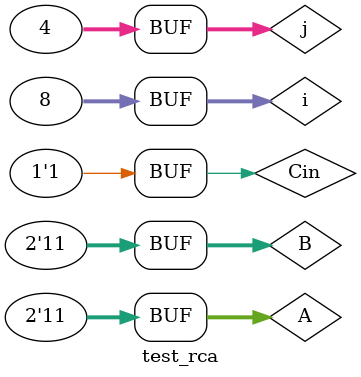
<source format=v>
`timescale 1ns / 1ps


module test_rca;

	// Inputs
	reg [1:0] A;
	reg [1:0] B;
	reg Cin;

	// Outputs
	wire Cout;
	wire [1:0] S;

	// Instantiate the Unit Under Test (UUT)
	rca_2bit uut (
		.A(A),
		.B(B),
		.Cin(Cin),
		.Cout(Cout),
		.S(S)
	);

	integer i, j;

	initial begin
		for (i = 0; i < 8; i=i+1) begin
			for (j = 0; j < 4; j=j+1) begin
				A = i[1:0];
				B = j[1:0];
				Cin = i[2];
				#10;
			end
		end
	end

endmodule

</source>
